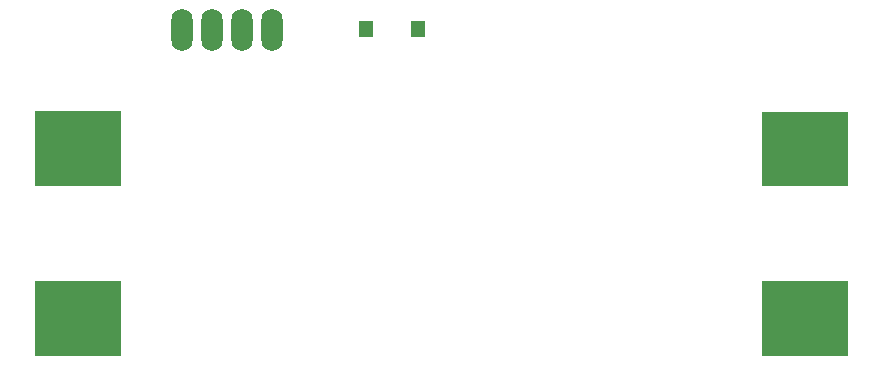
<source format=gbp>
G04 Layer: BottomPasteMaskLayer*
G04 EasyEDA v6.5.47, 2024-12-05 11:28:38*
G04 e01d2f149ab64b4ea65648a7afd3b608,d06a1f6f384c4cbbbfe4d72778ff38a8,10*
G04 Gerber Generator version 0.2*
G04 Scale: 100 percent, Rotated: No, Reflected: No *
G04 Dimensions in millimeters *
G04 leading zeros omitted , absolute positions ,4 integer and 5 decimal *
%FSLAX45Y45*%
%MOMM*%

%AMMACRO1*21,1,$1,$2,0,0,$3*%
%ADD10R,1.2300X1.3600*%
%ADD11MACRO1,1.3599X1.2301X-90.0000*%
%ADD12O,1.7999964X3.5999928*%
%ADD13MACRO1,7.3401X6.3497X0.0000*%
%ADD14MACRO1,7.3401X6.35X0.0000*%

%LPD*%
D10*
G01*
X3291890Y-228600D03*
D11*
G01*
X2854896Y-228600D03*
D12*
G01*
X2057400Y-241300D03*
G01*
X1803400Y-241300D03*
G01*
X1549400Y-241300D03*
G01*
X1295400Y-241300D03*
D13*
G01*
X6568490Y-1247508D03*
D14*
G01*
X416509Y-1247520D03*
G01*
X416509Y-2689504D03*
G01*
X6568490Y-2689504D03*
M02*

</source>
